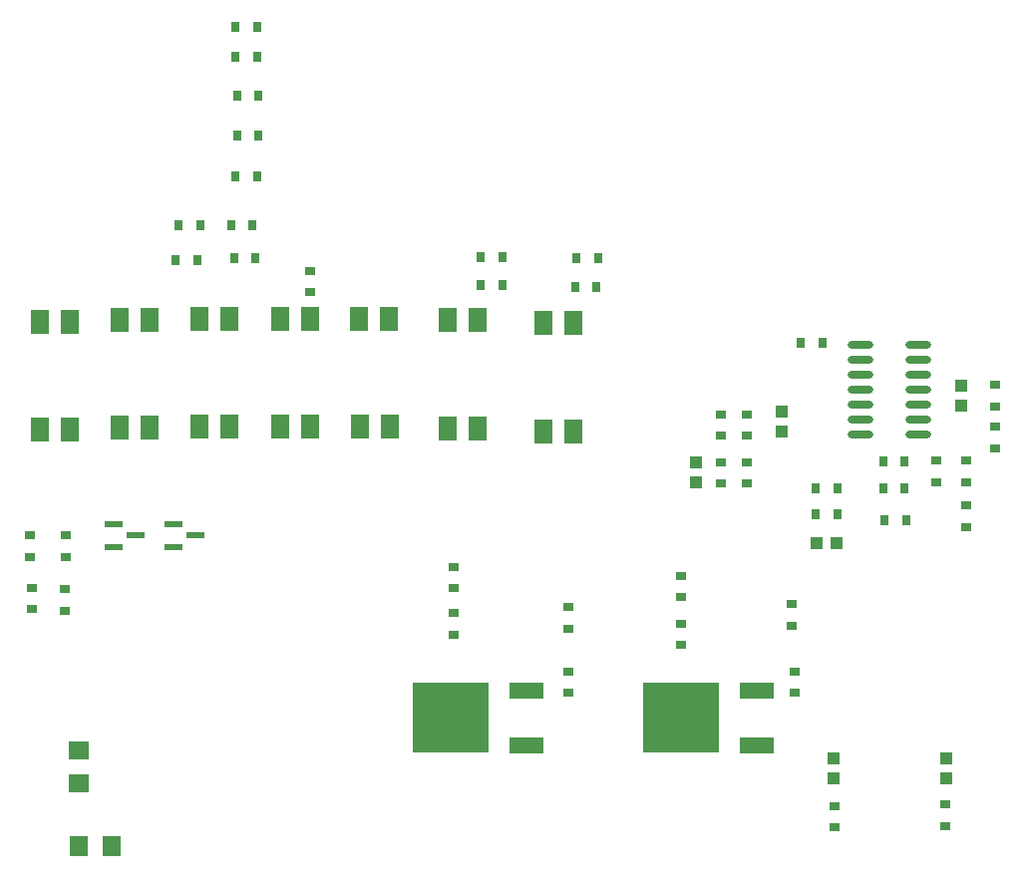
<source format=gtp>
G04*
G04 #@! TF.GenerationSoftware,Altium Limited,Altium Designer,18.0.12 (696)*
G04*
G04 Layer_Color=8421504*
%FSLAX25Y25*%
%MOIN*%
G70*
G01*
G75*
%ADD15R,0.03937X0.04331*%
%ADD16R,0.03740X0.03150*%
%ADD17R,0.03150X0.03740*%
%ADD18R,0.04331X0.03937*%
%ADD19R,0.25591X0.23622*%
%ADD20R,0.11811X0.05512*%
%ADD21R,0.06299X0.07087*%
%ADD22R,0.06102X0.02165*%
%ADD23R,0.07087X0.06299*%
%ADD24R,0.05906X0.08000*%
%ADD25O,0.08661X0.02756*%
D15*
X312500Y-63346D02*
D03*
Y-56653D02*
D03*
X275000Y-63346D02*
D03*
Y-56653D02*
D03*
X317500Y61453D02*
D03*
Y68147D02*
D03*
X257500Y52653D02*
D03*
Y59346D02*
D03*
X229000Y35654D02*
D03*
Y42347D02*
D03*
D16*
X275236Y-79543D02*
D03*
Y-72457D02*
D03*
X319264Y28043D02*
D03*
Y20957D02*
D03*
Y43043D02*
D03*
Y35957D02*
D03*
X312236Y-79043D02*
D03*
Y-71957D02*
D03*
X309264Y43043D02*
D03*
Y35957D02*
D03*
X328736Y61257D02*
D03*
Y68343D02*
D03*
X237264Y58543D02*
D03*
Y51457D02*
D03*
X223736Y-18543D02*
D03*
Y-11457D02*
D03*
Y-2543D02*
D03*
Y4543D02*
D03*
X328736Y47257D02*
D03*
Y54343D02*
D03*
X245736Y51457D02*
D03*
Y58543D02*
D03*
X99764Y106543D02*
D03*
Y99457D02*
D03*
X186236Y-34543D02*
D03*
Y-27457D02*
D03*
Y-13043D02*
D03*
Y-5957D02*
D03*
X6736Y-6543D02*
D03*
Y543D02*
D03*
X6236Y10957D02*
D03*
Y18043D02*
D03*
X261736Y-34543D02*
D03*
Y-27457D02*
D03*
X260736Y-12043D02*
D03*
Y-4957D02*
D03*
X237236Y35457D02*
D03*
Y42543D02*
D03*
X147736Y-15043D02*
D03*
Y-7957D02*
D03*
Y457D02*
D03*
Y7543D02*
D03*
X245764Y42543D02*
D03*
Y35457D02*
D03*
X18028Y47D02*
D03*
Y-7040D02*
D03*
X18264Y18043D02*
D03*
Y10957D02*
D03*
D17*
X55957Y121764D02*
D03*
X63043D02*
D03*
X62043Y110236D02*
D03*
X54957D02*
D03*
X195543Y101236D02*
D03*
X188457D02*
D03*
X82043Y138236D02*
D03*
X74957D02*
D03*
X196043Y110736D02*
D03*
X188957D02*
D03*
X164043Y111236D02*
D03*
X156957D02*
D03*
X299043Y23236D02*
D03*
X291957D02*
D03*
X298543Y42736D02*
D03*
X291457D02*
D03*
X291457Y33764D02*
D03*
X298543D02*
D03*
X271043Y82536D02*
D03*
X263957D02*
D03*
X164043Y101736D02*
D03*
X156957D02*
D03*
X268957Y25264D02*
D03*
X276043D02*
D03*
X276043Y33736D02*
D03*
X268957D02*
D03*
X80543Y121736D02*
D03*
X73457D02*
D03*
X81543Y110736D02*
D03*
X74457D02*
D03*
X82043Y178236D02*
D03*
X74957D02*
D03*
X82043Y188236D02*
D03*
X74957D02*
D03*
X82543Y165236D02*
D03*
X75457D02*
D03*
X82543Y151736D02*
D03*
X75457D02*
D03*
D18*
X269153Y15500D02*
D03*
X275847D02*
D03*
D19*
X146878Y-43000D02*
D03*
X223878D02*
D03*
D20*
X172114Y-33945D02*
D03*
Y-52055D02*
D03*
X249114Y-33945D02*
D03*
Y-52055D02*
D03*
D21*
X22488Y-86000D02*
D03*
X33512D02*
D03*
D22*
X41642Y18000D02*
D03*
X34358Y14260D02*
D03*
Y21740D02*
D03*
X61642Y18000D02*
D03*
X54358Y14260D02*
D03*
Y21740D02*
D03*
D23*
X22500Y-53988D02*
D03*
Y-65012D02*
D03*
D24*
X126347Y90495D02*
D03*
X116308D02*
D03*
X126387Y54393D02*
D03*
X116387D02*
D03*
X187847Y88995D02*
D03*
X177808D02*
D03*
X187887Y52893D02*
D03*
X177887D02*
D03*
X99847Y90495D02*
D03*
X89808D02*
D03*
X99887Y54393D02*
D03*
X89887D02*
D03*
X9653Y53505D02*
D03*
X19692D02*
D03*
X9613Y89607D02*
D03*
X19613D02*
D03*
X72847Y90495D02*
D03*
X62808D02*
D03*
X72887Y54393D02*
D03*
X62887D02*
D03*
X36153Y54005D02*
D03*
X46192D02*
D03*
X36113Y90107D02*
D03*
X46113D02*
D03*
X155847Y89995D02*
D03*
X145808D02*
D03*
X155887Y53893D02*
D03*
X145887D02*
D03*
D25*
X303047Y51800D02*
D03*
Y56800D02*
D03*
Y61800D02*
D03*
Y66800D02*
D03*
Y71800D02*
D03*
Y76800D02*
D03*
Y81800D02*
D03*
X283953Y51800D02*
D03*
Y56800D02*
D03*
Y61800D02*
D03*
Y66800D02*
D03*
Y71800D02*
D03*
Y76800D02*
D03*
Y81800D02*
D03*
M02*

</source>
